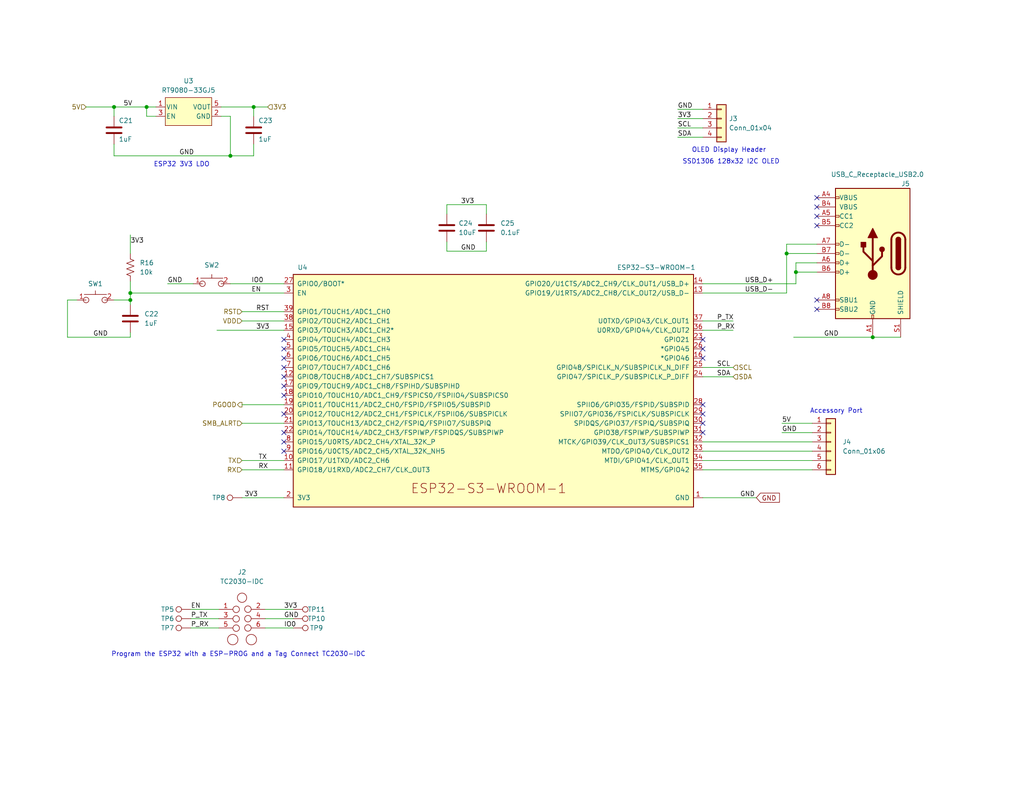
<source format=kicad_sch>
(kicad_sch (version 20231120) (generator "eeschema") (generator_version "8.0")
  (paper "A")
  (title_block (title "bitaxeSupra") (date "2024-04-07") (rev "402"))
  (lib_symbols
    (symbol "Connector:TestPoint" (pin_numbers hide) (pin_names (offset 0.762) hide)
      (property "Reference" "TP" (at 0 6.858 0))
      (property "Value" "TestPoint" (at 0 5.08 0))
      (symbol "TestPoint_0_1"
        (circle (center 0 3.302) (radius 0.762))
      )
      (symbol "TestPoint_1_1"
        (pin passive line (at 0 0 90) (length 2.54) (name "1") (number "1"))
      )
    )
    (symbol "Connector_Generic:Conn_01x04" (pin_names (offset 1.016) hide)
      (property "Reference" "J" (at 0 5.08 0))
      (property "Value" "Conn_01x04" (at 0 -7.62 0))
      (symbol "Conn_01x04_1_1"
        (rectangle (start -1.27 -4.953) (end 0 -5.207) (stroke (width 0.1524)))
        (rectangle (start -1.27 -2.413) (end 0 -2.667) (stroke (width 0.1524)))
        (rectangle (start -1.27 0.127) (end 0 -0.127) (stroke (width 0.1524)))
        (rectangle (start -1.27 2.667) (end 0 2.413) (stroke (width 0.1524)))
        (rectangle (start -1.27 3.81) (end 1.27 -6.35) (stroke (width 0.254)) (fill (type background)))
        (pin passive line (at -5.08 2.54 0) (length 3.81) (name "Pin_1") (number "1"))
        (pin passive line (at -5.08 0 0) (length 3.81) (name "Pin_2") (number "2"))
        (pin passive line (at -5.08 -2.54 0) (length 3.81) (name "Pin_3") (number "3"))
        (pin passive line (at -5.08 -5.08 0) (length 3.81) (name "Pin_4") (number "4"))
      )
    )
    (symbol "Connector_Generic:Conn_01x06" (pin_names (offset 1.016) hide)
      (property "Reference" "J" (at 0 7.62 0))
      (property "Value" "Conn_01x06" (at 0 -10.16 0))
      (symbol "Conn_01x06_1_1"
        (rectangle (start -1.27 -7.493) (end 0 -7.747) (stroke (width 0.1524)))
        (rectangle (start -1.27 -4.953) (end 0 -5.207) (stroke (width 0.1524)))
        (rectangle (start -1.27 -2.413) (end 0 -2.667) (stroke (width 0.1524)))
        (rectangle (start -1.27 0.127) (end 0 -0.127) (stroke (width 0.1524)))
        (rectangle (start -1.27 2.667) (end 0 2.413) (stroke (width 0.1524)))
        (rectangle (start -1.27 5.207) (end 0 4.953) (stroke (width 0.1524)))
        (rectangle (start -1.27 6.35) (end 1.27 -8.89) (stroke (width 0.254)) (fill (type background)))
        (pin passive line (at -5.08 5.08 0) (length 3.81) (name "Pin_1") (number "1"))
        (pin passive line (at -5.08 2.54 0) (length 3.81) (name "Pin_2") (number "2"))
        (pin passive line (at -5.08 0 0) (length 3.81) (name "Pin_3") (number "3"))
        (pin passive line (at -5.08 -2.54 0) (length 3.81) (name "Pin_4") (number "4"))
        (pin passive line (at -5.08 -5.08 0) (length 3.81) (name "Pin_5") (number "5"))
        (pin passive line (at -5.08 -7.62 0) (length 3.81) (name "Pin_6") (number "6"))
      )
    )
    (symbol "Device:C" (pin_numbers hide) (pin_names (offset 0.254))
      (property "Reference" "C" (at 0.635 2.54 0))
      (property "Value" "C" (at 0.635 -2.54 0))
      (symbol "C_0_1"
        (polyline (pts (xy -2.032 -0.762) (xy 2.032 -0.762)) (stroke (width 0.508)))
        (polyline (pts (xy -2.032 0.762) (xy 2.032 0.762)) (stroke (width 0.508)))
      )
      (symbol "C_1_1"
        (pin passive line (at 0 3.81 270) (length 2.794) (name "~") (number "1"))
        (pin passive line (at 0 -3.81 90) (length 2.794) (name "~") (number "2"))
      )
    )
    (symbol "Device:R_US" (pin_numbers hide) (pin_names (offset 0))
      (property "Reference" "R" (at 2.54 0 90))
      (property "Value" "R_US" (at -2.54 0 90))
      (symbol "R_US_0_1"
        (polyline (pts (xy 0 -2.286) (xy 0 -2.54)))
        (polyline (pts (xy 0 2.286) (xy 0 2.54)))
        (polyline (pts (xy 0 -0.762) (xy 1.016 -1.143) (xy 0 -1.524) (xy -1.016 -1.905) (xy 0 -2.286)))
        (polyline (pts (xy 0 0.762) (xy 1.016 0.381) (xy 0 0) (xy -1.016 -0.381) (xy 0 -0.762)))
        (polyline (pts (xy 0 2.286) (xy 1.016 1.905) (xy 0 1.524) (xy -1.016 1.143) (xy 0 0.762)))
      )
      (symbol "R_US_1_1"
        (pin passive line (at 0 3.81 270) (length 1.27) (name "~") (number "1"))
        (pin passive line (at 0 -3.81 90) (length 1.27) (name "~") (number "2"))
      )
    )
    (symbol "bitaxe:ESP32-S3-WROOM-1" (pin_names (offset 1.016))
      (property "Reference" "U12" (at -50.8 34.925 0))
      (property "Value" "ESP32-S3-WROOM-1" (at 45.72 34.925 0))
      (symbol "ESP32-S3-WROOM-1_0_0"
        (rectangle (start -53.34 33.02) (end 55.88 -30.48) (stroke (width 0.254)) (fill (type background)))
        (text "ESP32-S3-WROOM-1" (at 0 -25.4 0) (effects (font (size 2.54 2.54))))
        (pin power_in line (at 58.42 -27.94 180) (length 2.54) (name "GND") (number "1"))
        (pin bidirectional line (at -55.88 -17.78 0) (length 2.54) (name "GPIO17/U1TXD/ADC2_CH6") (number "10"))
        (pin bidirectional line (at -55.88 -20.32 0) (length 2.54) (name "GPIO18/U1RXD/ADC2_CH7/CLK_OUT3") (number "11"))
        (pin bidirectional line (at -55.88 5.08 0) (length 2.54) (name "GPIO8/TOUCH8/ADC1_CH7/SUBSPICS1") (number "12"))
        (pin bidirectional line (at 58.42 27.94 180) (length 2.54) (name "GPIO19/U1RTS/ADC2_CH8/CLK_OUT2/USB_D-") (number "13"))
        (pin bidirectional line (at 58.42 30.48 180) (length 2.54) (name "GPIO20/U1CTS/ADC2_CH9/CLK_OUT1/USB_D+") (number "14"))
        (pin bidirectional line (at -55.88 17.78 0) (length 2.54) (name "GPIO3/TOUCH3/ADC1_CH2*") (number "15"))
        (pin bidirectional line (at 58.42 10.16 180) (length 2.54) (name "*GPIO46") (number "16"))
        (pin bidirectional line (at -55.88 2.54 0) (length 2.54) (name "GPIO9/TOUCH9/ADC1_CH8/FSPIHD/SUBSPIHD") (number "17"))
        (pin bidirectional line (at -55.88 0 0) (length 2.54) (name "GPIO10/TOUCH10/ADC1_CH9/FSPICS0/FSPIIO4/SUBSPICS0") (number "18"))
        (pin bidirectional line (at -55.88 -2.54 0) (length 2.54) (name "GPIO11/TOUCH11/ADC2_CH0/FSPID/FSPIIO5/SUBSPID") (number "19"))
        (pin power_in line (at -55.88 -27.94 0) (length 2.54) (name "3V3") (number "2"))
        (pin bidirectional line (at -55.88 -5.08 0) (length 2.54) (name "GPIO12/TOUCH12/ADC2_CH1/FSPICLK/FSPIIO6/SUBSPICLK") (number "20"))
        (pin bidirectional line (at -55.88 -7.62 0) (length 2.54) (name "GPIO13/TOUCH13/ADC2_CH2/FSPIQ/FSPIIO7/SUBSPIQ") (number "21"))
        (pin bidirectional line (at -55.88 -10.16 0) (length 2.54) (name "GPIO14/TOUCH14/ADC2_CH3/FSPIWP/FSPIDQS/SUBSPIWP") (number "22"))
        (pin bidirectional line (at 58.42 15.24 180) (length 2.54) (name "GPIO21") (number "23"))
        (pin bidirectional line (at 58.42 5.08 180) (length 2.54) (name "GPIO47/SPICLK_P/SUBSPICLK_P_DIFF") (number "24"))
        (pin bidirectional line (at 58.42 7.62 180) (length 2.54) (name "GPIO48/SPICLK_N/SUBSPICLK_N_DIFF") (number "25"))
        (pin bidirectional line (at 58.42 12.7 180) (length 2.54) (name "*GPIO45") (number "26"))
        (pin bidirectional line (at -55.88 30.48 0) (length 2.54) (name "GPIO0/BOOT*") (number "27"))
        (pin bidirectional line (at 58.42 -2.54 180) (length 2.54) (name "SPIIO6/GPIO35/FSPID/SUBSPID") (number "28"))
        (pin bidirectional line (at 58.42 -5.08 180) (length 2.54) (name "SPIIO7/GPIO36/FSPICLK/SUBSPICLK") (number "29"))
        (pin input line (at -55.88 27.94 0) (length 2.54) (name "EN") (number "3"))
        (pin bidirectional line (at 58.42 -7.62 180) (length 2.54) (name "SPIDQS/GPIO37/FSPIQ/SUBSPIQ") (number "30"))
        (pin bidirectional line (at 58.42 -10.16 180) (length 2.54) (name "GPIO38/FSPIWP/SUBSPIWP") (number "31"))
        (pin bidirectional line (at 58.42 -12.7 180) (length 2.54) (name "MTCK/GPIO39/CLK_OUT3/SUBSPICS1") (number "32"))
        (pin bidirectional line (at 58.42 -15.24 180) (length 2.54) (name "MTDO/GPIO40/CLK_OUT2") (number "33"))
        (pin bidirectional line (at 58.42 -17.78 180) (length 2.54) (name "MTDI/GPIO41/CLK_OUT1") (number "34"))
        (pin bidirectional line (at 58.42 -20.32 180) (length 2.54) (name "MTMS/GPIO42") (number "35"))
        (pin bidirectional line (at 58.42 17.78 180) (length 2.54) (name "U0RXD/GPIO44/CLK_OUT2") (number "36"))
        (pin bidirectional line (at 58.42 20.32 180) (length 2.54) (name "U0TXD/GPIO43/CLK_OUT1") (number "37"))
        (pin bidirectional line (at -55.88 20.32 0) (length 2.54) (name "GPIO2/TOUCH2/ADC1_CH1") (number "38"))
        (pin bidirectional line (at -55.88 22.86 0) (length 2.54) (name "GPIO1/TOUCH1/ADC1_CH0") (number "39"))
        (pin bidirectional line (at -55.88 15.24 0) (length 2.54) (name "GPIO4/TOUCH4/ADC1_CH3") (number "4"))
        (pin passive line (at 58.42 -27.94 180) (length 2.54) hide (name "GND") (number "40"))
        (pin passive line (at 58.42 -27.94 180) (length 2.54) hide (name "GND") (number "41"))
        (pin bidirectional line (at -55.88 12.7 0) (length 2.54) (name "GPIO5/TOUCH5/ADC1_CH4") (number "5"))
        (pin bidirectional line (at -55.88 10.16 0) (length 2.54) (name "GPIO6/TOUCH6/ADC1_CH5") (number "6"))
        (pin bidirectional line (at -55.88 7.62 0) (length 2.54) (name "GPIO7/TOUCH7/ADC1_CH6") (number "7"))
        (pin bidirectional line (at -55.88 -12.7 0) (length 2.54) (name "GPIO15/U0RTS/ADC2_CH4/XTAL_32K_P") (number "8"))
        (pin bidirectional line (at -55.88 -15.24 0) (length 2.54) (name "GPIO16/U0CTS/ADC2_CH5/XTAL_32K_NH5") (number "9"))
      )
    )
    (symbol "bitaxe:GT-TC029B-H025-L1N"
      (property "Reference" "SW2" (at 0 3.81 0))
      (symbol "GT-TC029B-H025-L1N_0_1"
        (circle (center -2.54 0) (radius 0.76))
        (polyline (pts (xy -3.05 1.52) (xy 3.05 1.52)))
        (polyline (pts (xy 0 1.52) (xy 0 2.54)))
        (circle (center 2.54 0) (radius 0.76))
        (pin unspecified line (at -5.08 0 0) (length 2.54) (name "~") (number "1"))
        (pin unspecified line (at 5.08 0 180) (length 2.54) (name "~") (number "2"))
      )
    )
    (symbol "bitaxe:RT9080-33GJ5" (pin_names (offset 0.254))
      (property "Reference" "U" (at -6.35 5.08 0))
      (property "Value" "RT9080-33GJ5" (at 0 -5.08 0))
      (symbol "RT9080-33GJ5_1_1"
        (rectangle (start -6.35 3.81) (end 6.35 -3.81) (stroke (width 0.1524)) (fill (type background)))
        (pin power_in line (at -8.89 1.27 0) (length 2.54) (name "VIN") (number "1"))
        (pin power_in line (at 8.89 -1.27 180) (length 2.54) (name "GND") (number "2"))
        (pin input line (at -8.89 -1.27 0) (length 2.54) (name "EN") (number "3"))
        (pin no_connect line (at 0 6.35 270) (length 2.54) hide (name "NC") (number "4"))
        (pin output line (at 8.89 1.27 180) (length 2.54) (name "VOUT") (number "5"))
      )
    )
    (symbol "bitaxe:TC2030-IDC-NL" (pin_names (offset 1.016) hide)
      (property "Reference" "J5" (at 0 12.7 0))
      (property "Value" "TC2030-IDC" (at 0 10.16 0))
      (symbol "TC2030-IDC-NL_0_1"
        (circle (center -2.54 -5.715) (radius 1.4224))
        (circle (center -1.6002 2.54) (radius 0.889))
        (circle (center 0 5.715) (radius 1.27))
      )
      (symbol "TC2030-IDC-NL_1_1"
        (circle (center -1.6002 -2.5908) (radius 0.889))
        (circle (center -1.6002 -0.0508) (radius 0.889))
        (circle (center 1.6002 -2.54) (radius 0.889))
        (circle (center 1.6002 0) (radius 0.889))
        (circle (center 1.6002 2.5908) (radius 0.889))
        (circle (center 2.54 -5.715) (radius 1.4224))
        (pin passive line (at -6.35 2.54 0) (length 3.81) (name "Pin_1") (number "1"))
        (pin passive line (at 6.35 2.54 180) (length 3.81) (name "Pin_2") (number "2"))
        (pin passive line (at -6.35 0 0) (length 3.81) (name "Pin_3") (number "3"))
        (pin passive line (at 6.35 0 180) (length 3.81) (name "Pin_4") (number "4"))
        (pin passive line (at -6.35 -2.54 0) (length 3.81) (name "Pin_5") (number "5"))
        (pin passive line (at 6.35 -2.54 180) (length 3.81) (name "Pin_6") (number "6"))
      )
    )
    (symbol "bitaxe:USB_C_Receptacle_USB2.0" (pin_names (offset 1.016))
      (property "Reference" "J" (at -10.16 19.05 0))
      (property "Value" "USB_C_Receptacle_USB2.0" (at 19.05 19.05 0))
      (symbol "USB_C_Receptacle_USB2.0_0_0"
        (rectangle (start -0.254 -17.78) (end 0.254 -16.764))
        (rectangle (start 10.16 -14.986) (end 9.144 -15.494))
        (rectangle (start 10.16 -12.446) (end 9.144 -12.954))
        (rectangle (start 10.16 -4.826) (end 9.144 -5.334))
        (rectangle (start 10.16 -2.286) (end 9.144 -2.794))
        (rectangle (start 10.16 0.254) (end 9.144 -0.254))
        (rectangle (start 10.16 2.794) (end 9.144 2.286))
        (rectangle (start 10.16 7.874) (end 9.144 7.366))
        (rectangle (start 10.16 10.414) (end 9.144 9.906))
        (rectangle (start 10.16 15.494) (end 9.144 14.986))
      )
      (symbol "USB_C_Receptacle_USB2.0_0_1"
        (rectangle (start -10.16 17.78) (end 10.16 -17.78) (stroke (width 0.254)) (fill (type background)))
        (arc (start -8.89 -3.81) (mid -6.985 -5.7067) (end -5.08 -3.81) (stroke (width 0.508)))
        (arc (start -7.62 -3.81) (mid -6.985 -4.4423) (end -6.35 -3.81) (stroke (width 0.254)))
        (arc (start -7.62 -3.81) (mid -6.985 -4.4423) (end -6.35 -3.81) (stroke (width 0.254)) (fill (type outline)))
        (rectangle (start -7.62 -3.81) (end -6.35 3.81) (stroke (width 0.254)) (fill (type outline)))
        (arc (start -6.35 3.81) (mid -6.985 4.4423) (end -7.62 3.81) (stroke (width 0.254)))
        (arc (start -6.35 3.81) (mid -6.985 4.4423) (end -7.62 3.81) (stroke (width 0.254)) (fill (type outline)))
        (arc (start -5.08 3.81) (mid -6.985 5.7067) (end -8.89 3.81) (stroke (width 0.508)))
        (circle (center -2.54 1.143) (radius 0.635) (stroke (width 0.254)) (fill (type outline)))
        (circle (center 0 -5.842) (radius 1.27) (fill (type outline)))
        (polyline (pts (xy -8.89 -3.81) (xy -8.89 3.81)) (stroke (width 0.508)))
        (polyline (pts (xy -5.08 3.81) (xy -5.08 -3.81)) (stroke (width 0.508)))
        (polyline (pts (xy 0 -5.842) (xy 0 4.318)) (stroke (width 0.508)))
        (polyline (pts (xy 0 -3.302) (xy -2.54 -0.762) (xy -2.54 0.508)) (stroke (width 0.508)))
        (polyline (pts (xy 0 -2.032) (xy 2.54 0.508) (xy 2.54 1.778)) (stroke (width 0.508)))
        (polyline (pts (xy -1.27 4.318) (xy 0 6.858) (xy 1.27 4.318) (xy -1.27 4.318)) (stroke (width 0.254)) (fill (type outline)))
        (rectangle (start 1.905 1.778) (end 3.175 3.048) (stroke (width 0.254)) (fill (type outline)))
      )
      (symbol "USB_C_Receptacle_USB2.0_1_1"
        (pin passive line (at 0 -22.86 90) (length 5.08) (name "GND") (number "A1"))
        (pin passive line (at 15.24 15.24 180) (length 5.08) (name "VBUS") (number "A4"))
        (pin bidirectional line (at 15.24 10.16 180) (length 5.08) (name "CC1") (number "A5"))
        (pin bidirectional line (at 15.24 -2.54 180) (length 5.08) (name "D+") (number "A6"))
        (pin bidirectional line (at 15.24 2.54 180) (length 5.08) (name "D-") (number "A7"))
        (pin bidirectional line (at 15.24 -12.7 180) (length 5.08) (name "SBU1") (number "A8"))
        (pin passive line (at 0 -22.86 90) (length 5.08) hide (name "GND") (number "B1"))
        (pin passive line (at 15.24 12.7 180) (length 5.08) (name "VBUS") (number "B4"))
        (pin bidirectional line (at 15.24 7.62 180) (length 5.08) (name "CC2") (number "B5"))
        (pin bidirectional line (at 15.24 -5.08 180) (length 5.08) (name "D+") (number "B6"))
        (pin bidirectional line (at 15.24 0 180) (length 5.08) (name "D-") (number "B7"))
        (pin bidirectional line (at 15.24 -15.24 180) (length 5.08) (name "SBU2") (number "B8"))
        (pin passive line (at -7.62 -22.86 90) (length 5.08) (name "SHIELD") (number "S1"))
      )
    )
  )
  (junction (at 214.63 69.215))
  (junction (at 238.125 92.075))
  (junction (at 62.865 42.545))
  (junction (at 217.17 74.295))
  (junction (at 40.005 29.21))
  (junction (at 35.56 80.01))
  (junction (at 35.56 81.915))
  (junction (at 69.215 29.21))
  (junction (at 31.115 29.21))
  (no_connect (at 222.885 81.915))
  (no_connect (at 77.47 95.25))
  (no_connect (at 77.47 107.95))
  (no_connect (at 191.77 110.49))
  (no_connect (at 77.47 100.33))
  (no_connect (at 191.77 97.79))
  (no_connect (at 191.77 95.25))
  (no_connect (at 77.47 113.03))
  (no_connect (at 222.885 53.975))
  (no_connect (at 222.885 56.515))
  (no_connect (at 77.47 97.79))
  (no_connect (at 77.47 120.65))
  (no_connect (at 77.47 105.41))
  (no_connect (at 77.47 123.19))
  (no_connect (at 77.47 102.87))
  (no_connect (at 222.885 59.055))
  (no_connect (at 191.77 115.57))
  (no_connect (at 77.47 92.71))
  (no_connect (at 191.77 113.03))
  (no_connect (at 191.77 92.71))
  (no_connect (at 77.47 118.11))
  (no_connect (at 191.77 118.11))
  (no_connect (at 222.885 84.455))
  (no_connect (at 222.885 61.595))
  (wire (pts (xy 121.92 55.88) (xy 121.92 58.42)))
  (wire (pts (xy 191.77 128.27) (xy 221.615 128.27)))
  (wire (pts (xy 31.115 29.21) (xy 31.115 31.75)))
  (wire (pts (xy 216.535 92.075) (xy 238.125 92.075)))
  (wire (pts (xy 35.56 80.01) (xy 35.56 81.915)))
  (wire (pts (xy 213.36 115.57) (xy 221.615 115.57)))
  (wire (pts (xy 60.325 31.75) (xy 62.865 31.75)))
  (wire (pts (xy 72.39 168.91) (xy 80.01 168.91)))
  (wire (pts (xy 69.215 39.37) (xy 69.215 42.545)))
  (wire (pts (xy 66.04 110.49) (xy 77.47 110.49)))
  (wire (pts (xy 132.715 68.58) (xy 121.92 68.58)))
  (wire (pts (xy 238.125 92.075) (xy 245.745 92.075)))
  (wire (pts (xy 62.865 31.75) (xy 62.865 42.545)))
  (wire (pts (xy 35.56 76.835) (xy 35.56 80.01)))
  (wire (pts (xy 72.39 166.37) (xy 80.01 166.37)))
  (wire (pts (xy 69.215 29.21) (xy 69.215 31.75)))
  (wire (pts (xy 77.47 125.73) (xy 66.04 125.73)))
  (wire (pts (xy 132.715 66.04) (xy 132.715 68.58)))
  (wire (pts (xy 40.005 29.21) (xy 42.545 29.21)))
  (wire (pts (xy 191.77 125.73) (xy 221.615 125.73)))
  (wire (pts (xy 18.415 81.915) (xy 18.415 92.075)))
  (wire (pts (xy 77.47 85.09) (xy 66.04 85.09)))
  (wire (pts (xy 45.72 77.47) (xy 52.705 77.47)))
  (wire (pts (xy 214.63 69.215) (xy 214.63 80.01)))
  (wire (pts (xy 31.115 81.915) (xy 35.56 81.915)))
  (wire (pts (xy 23.495 29.21) (xy 31.115 29.21)))
  (wire (pts (xy 18.415 92.075) (xy 35.56 92.075)))
  (wire (pts (xy 72.39 171.45) (xy 80.01 171.45)))
  (wire (pts (xy 217.17 74.295) (xy 222.885 74.295)))
  (wire (pts (xy 213.36 118.11) (xy 221.615 118.11)))
  (wire (pts (xy 184.912 29.845) (xy 191.77 29.845)))
  (wire (pts (xy 35.56 81.915) (xy 35.56 83.185)))
  (wire (pts (xy 191.77 90.17) (xy 200.025 90.17)))
  (wire (pts (xy 35.56 80.01) (xy 77.47 80.01)))
  (wire (pts (xy 222.885 66.675) (xy 214.63 66.675)))
  (wire (pts (xy 77.47 128.27) (xy 66.04 128.27)))
  (wire (pts (xy 214.63 69.215) (xy 222.885 69.215)))
  (wire (pts (xy 52.07 171.45) (xy 59.69 171.45)))
  (wire (pts (xy 191.77 102.87) (xy 200.025 102.87)))
  (wire (pts (xy 69.215 29.21) (xy 73.025 29.21)))
  (wire (pts (xy 31.115 29.21) (xy 40.005 29.21)))
  (wire (pts (xy 184.912 34.925) (xy 191.77 34.925)))
  (wire (pts (xy 191.77 135.89) (xy 206.375 135.89)))
  (wire (pts (xy 52.07 168.91) (xy 59.69 168.91)))
  (wire (pts (xy 31.115 42.545) (xy 31.115 39.37)))
  (wire (pts (xy 66.04 87.63) (xy 77.47 87.63)))
  (wire (pts (xy 35.56 90.805) (xy 35.56 92.075)))
  (wire (pts (xy 121.92 68.58) (xy 121.92 66.04)))
  (wire (pts (xy 59.182 90.17) (xy 77.47 90.17)))
  (wire (pts (xy 62.865 77.47) (xy 77.47 77.47)))
  (wire (pts (xy 191.77 120.65) (xy 221.615 120.65)))
  (wire (pts (xy 42.545 31.75) (xy 40.005 31.75)))
  (wire (pts (xy 52.07 166.37) (xy 59.69 166.37)))
  (wire (pts (xy 191.77 77.47) (xy 217.17 77.47)))
  (wire (pts (xy 191.77 100.33) (xy 200.025 100.33)))
  (wire (pts (xy 217.17 74.295) (xy 217.17 71.755)))
  (wire (pts (xy 20.955 81.915) (xy 18.415 81.915)))
  (wire (pts (xy 66.04 115.57) (xy 77.47 115.57)))
  (wire (pts (xy 217.17 77.47) (xy 217.17 74.295)))
  (wire (pts (xy 191.77 87.63) (xy 200.025 87.63)))
  (wire (pts (xy 40.005 31.75) (xy 40.005 29.21)))
  (wire (pts (xy 191.77 123.19) (xy 221.615 123.19)))
  (wire (pts (xy 132.715 55.88) (xy 121.92 55.88)))
  (wire (pts (xy 217.17 71.755) (xy 222.885 71.755)))
  (wire (pts (xy 191.77 80.01) (xy 214.63 80.01)))
  (wire (pts (xy 66.04 135.89) (xy 77.47 135.89)))
  (wire (pts (xy 184.912 37.465) (xy 191.77 37.465)))
  (wire (pts (xy 132.715 58.42) (xy 132.715 55.88)))
  (wire (pts (xy 184.912 32.385) (xy 191.77 32.385)))
  (wire (pts (xy 69.215 42.545) (xy 62.865 42.545)))
  (wire (pts (xy 35.56 64.135) (xy 35.56 69.215)))
  (wire (pts (xy 60.325 29.21) (xy 69.215 29.21)))
  (wire (pts (xy 214.63 66.675) (xy 214.63 69.215)))
  (wire (pts (xy 62.865 42.545) (xy 31.115 42.545)))
  (text "Accessory Port" (at 220.98 113.03 0) (effects (font (size 1.27 1.27)) (justify left bottom)))
  (text "ESP32 3V3 LDO" (at 41.91 45.72 0) (effects (font (size 1.27 1.27)) (justify left bottom)))
  (text "Program the ESP32 with a ESP-PROG and a Tag Connect TC2030-IDC" (at 30.353 179.451 0) (effects (font (size 1.27 1.27)) (justify left bottom)))
  (text "SSD1306 128x32 I2C OLED" (at 186.182 44.958 0) (effects (font (size 1.27 1.27)) (justify left bottom)))
  (text "OLED Display Header" (at 188.722 41.783 0) (effects (font (size 1.27 1.27)) (justify left bottom)))
  (label "P_RX" (at 52.07 171.45 0))
  (label "RST" (at 69.85 85.09 0))
  (label "P_TX" (at 52.07 168.91 0))
  (label "EN" (at 52.07 166.37 0))
  (label "GND" (at 184.912 29.845 0))
  (label "5V" (at 213.36 115.57 0))
  (label "GND" (at 224.79 92.075 0))
  (label "EN" (at 68.58 80.01 0))
  (label "P_RX" (at 195.58 90.17 0))
  (label "IO0" (at 68.58 77.47 0))
  (label "GND" (at 125.73 68.58 0))
  (label "3V3" (at 66.675 135.89 0))
  (label "USB_D-" (at 203.2 80.01 0))
  (label "SDA" (at 195.58 102.87 0))
  (label "TX" (at 70.485 125.73 0))
  (label "3V3" (at 77.47 166.37 0))
  (label "3V3" (at 69.85 90.17 0))
  (label "IO0" (at 77.47 171.45 0))
  (label "SCL" (at 195.58 100.33 0))
  (label "SCL" (at 184.912 34.925 0))
  (label "GND" (at 213.36 118.11 0))
  (label "GND" (at 201.93 135.89 0))
  (label "GND" (at 45.72 77.47 0))
  (label "SDA" (at 184.912 37.465 0))
  (label "3V3" (at 125.73 55.88 0))
  (label "P_TX" (at 195.58 87.63 0))
  (label "3V3" (at 184.912 32.385 0))
  (label "GND" (at 25.4 92.075 0))
  (label "5V" (at 33.655 29.21 0))
  (label "USB_D+" (at 203.2 77.47 0))
  (label "GND" (at 77.47 168.91 0))
  (label "GND" (at 48.895 42.545 0))
  (label "3V3" (at 35.56 66.675 0))
  (label "RX" (at 70.485 128.27 0))
  (global_label "GND" (shape input) (at 206.375 135.89 0) (property "Intersheetrefs" "${INTERSHEET_REFS}" (effects (hide yes))))
  (hierarchical_label "TX" (shape input) (at 66.04 125.73 180))
  (hierarchical_label "RX" (shape input) (at 66.04 128.27 180))
  (hierarchical_label "3V3" (shape input) (at 73.025 29.21 0))
  (hierarchical_label "SCL" (shape input) (at 200.025 100.33 0))
  (hierarchical_label "RST" (shape input) (at 66.04 85.09 180))
  (hierarchical_label "SDA" (shape input) (at 200.025 102.87 0))
  (hierarchical_label "PGOOD" (shape output) (at 66.04 110.49 180))
  (hierarchical_label "SMB_ALRT" (shape input) (at 66.04 115.57 180))
  (hierarchical_label "5V" (shape input) (at 23.495 29.21 180))
  (hierarchical_label "VDD" (shape input) (at 66.04 87.63 180))
  (symbol (lib_id "Device:C") (at 35.56 86.995 0) (unit 1)
    (property "Reference" "C22" (at 39.37 85.7249 0) (effects (justify left)))
    (property "Value" "1uF" (at 39.37 88.2649 0) (effects (justify left)))
    (property "Footprint" "Capacitor_SMD:C_0402_1005Metric" (effects (hide yes)))
    (property "DK" "587-5514-1-ND" (effects (hide yes)))
    (property "PARTNO" "EMK105BJ105MV-F" (effects (hide yes)))
  )
  (symbol (lib_id "Connector_Generic:Conn_01x06") (at 226.695 120.65 0) (unit 1) (in_bom no)
    (property "Reference" "J4" (at 229.87 120.65 0) (effects (justify left)))
    (property "Value" "Conn_01x06" (at 229.87 123.19 0) (effects (justify left)))
    (property "Footprint" "Connector_PinHeader_2.54mm:PinHeader_1x06_P2.54mm_Vertical" (effects (hide yes)))
  )
  (symbol (lib_id "Device:C") (at 132.715 62.23 0) (unit 1)
    (property "Reference" "C25" (at 136.525 60.9599 0) (effects (justify left)))
    (property "Value" "0.1uF" (at 136.525 63.4999 0) (effects (justify left)))
    (property "Footprint" "Capacitor_SMD:C_0402_1005Metric" (effects (hide yes)))
    (property "DK" "1276-1234-1-ND" (effects (hide yes)))
    (property "PARTNO" "CL05A104KO5NNNC" (effects (hide yes)))
  )
  (symbol (lib_id "Connector_Generic:Conn_01x04") (at 196.85 32.385 0) (unit 1)
    (property "Reference" "J3" (at 198.882 32.3849 0) (effects (justify left)))
    (property "Value" "Conn_01x04" (at 198.882 34.9249 0) (effects (justify left)))
    (property "Footprint" "bitaxe:PinHeader_1x04_P2.54mm_Vertical_shifted" (effects (hide yes)))
    (property "DK" "S5596-ND" (effects (hide yes)))
    (property "PARTNO" "NPTC041KFXC-RC" (effects (hide yes)))
  )
  (symbol (lib_id "bitaxe:GT-TC029B-H025-L1N") (at 57.785 77.47 0) (unit 1)
    (property "Reference" "SW2" (at 57.785 72.39 0))
    (property "Value" "GT-TC029B-H025-L1N" (effects (hide yes)))
    (property "Footprint" "bitaxe:SW_CS1213AGF260_CRS" (effects (hide yes)))
    (property "Datasheet" "https://www.citrelay.com/Catalog%20Pages/SwitchCatalog/CS1213.pdf" (effects (hide yes)))
    (property "DK" "2449-CS1213AGF260CT-ND" (effects (hide yes)))
    (property "PARTNO" "CS1213AGF260" (effects (hide yes)))
  )
  (symbol (lib_id "bitaxe:RT9080-33GJ5") (at 51.435 30.48 0) (unit 1)
    (property "Reference" "U3" (at 51.435 22.098 0))
    (property "Value" "RT9080-33GJ5" (at 51.435 24.638 0))
    (property "Footprint" "bitaxe:RT9080-33GJ5" (effects (hide yes)))
    (property "Datasheet" "https://www.richtek.com/assets/product_file/RT9080/DS9080-05.pdf" (effects (hide yes)))
    (property "DK" "1028-1509-1-ND" (effects (hide yes)))
    (property "PARTNO" "RT9080-33GJ5" (effects (hide yes)))
  )
  (symbol (lib_id "Connector:TestPoint") (at 52.07 168.91 90) (mirror x) (unit 1) (in_bom no)
    (property "Reference" "TP6" (at 45.72 168.91 90))
    (property "Value" "TestPoint" (effects (hide yes)))
    (property "Footprint" "TestPoint:TestPoint_Pad_D1.5mm" (effects (hide yes)))
  )
  (symbol (lib_id "Connector:TestPoint") (at 80.01 171.45 270) (mirror x) (unit 1) (in_bom no)
    (property "Reference" "TP9" (at 86.36 171.45 90))
    (property "Value" "TestPoint" (effects (hide yes)))
    (property "Footprint" "TestPoint:TestPoint_Pad_D1.5mm" (effects (hide yes)))
  )
  (symbol (lib_id "Device:R_US") (at 35.56 73.025 0) (unit 1)
    (property "Reference" "R16" (at 38.1 71.7549 0) (effects (justify left)))
    (property "Value" "10k" (at 38.1 74.2949 0) (effects (justify left)))
    (property "Footprint" "Resistor_SMD:R_0402_1005Metric" (effects (hide yes)))
    (property "DK" "311-10KJRCT-ND" (effects (hide yes)))
    (property "PARTNO" "RC0402JR-0710KL" (effects (hide yes)))
  )
  (symbol (lib_id "Connector:TestPoint") (at 80.01 166.37 270) (mirror x) (unit 1) (in_bom no)
    (property "Reference" "TP11" (at 86.36 166.37 90))
    (property "Value" "TestPoint" (effects (hide yes)))
    (property "Footprint" "TestPoint:TestPoint_Pad_D1.5mm" (effects (hide yes)))
  )
  (symbol (lib_id "bitaxe:TC2030-IDC-NL") (at 66.04 168.91 0) (unit 1) (in_bom no)
    (property "Reference" "J2" (at 66.04 156.21 0))
    (property "Value" "TC2030-IDC" (at 66.04 158.75 0))
    (property "Footprint" "bitaxe:Tag-Connect_TC2030-IDC-NL_2x03_P1.27mm_Vertical" (effects (hide yes)))
  )
  (symbol (lib_id "Device:C") (at 69.215 35.56 0) (unit 1)
    (property "Reference" "C23" (at 70.485 33.655 0) (effects (justify left bottom)))
    (property "Value" "1uF" (at 70.485 38.735 0) (effects (justify left bottom)))
    (property "Footprint" "Capacitor_SMD:C_0402_1005Metric" (effects (hide yes)))
    (property "DK" "587-5514-1-ND" (effects (hide yes)))
    (property "PARTNO" "EMK105BJ105MV-F" (effects (hide yes)))
  )
  (symbol (lib_id "Device:C") (at 121.92 62.23 0) (unit 1)
    (property "Reference" "C24" (at 125.095 60.9599 0) (effects (justify left)))
    (property "Value" "10uF" (at 125.095 63.4999 0) (effects (justify left)))
    (property "Footprint" "Capacitor_SMD:C_0805_2012Metric" (effects (hide yes)))
    (property "DK" "1276-1096-1-ND" (effects (hide yes)))
    (property "PARTNO" "CL21A106KOQNNNE" (effects (hide yes)))
  )
  (symbol (lib_id "Connector:TestPoint") (at 80.01 168.91 270) (mirror x) (unit 1) (in_bom no)
    (property "Reference" "TP10" (at 86.36 168.91 90))
    (property "Value" "TestPoint" (effects (hide yes)))
    (property "Footprint" "TestPoint:TestPoint_Pad_D1.5mm" (effects (hide yes)))
  )
  (symbol (lib_id "bitaxe:USB_C_Receptacle_USB2.0") (at 238.125 69.215 0) (mirror y) (unit 1)
    (property "Reference" "J5" (at 248.285 50.165 0) (effects (justify left)))
    (property "Value" "USB_C_Receptacle_USB2.0" (at 226.695 47.625 0) (effects (justify right)))
    (property "Footprint" "bitaxe:USB_C_Receptacle_GCT_USB4105-xx-A" (effects (hide yes)))
    (property "Datasheet" "https://www.usb.org/sites/default/files/documents/usb_type-c.zip" (effects (hide yes)))
    (property "DK" "2073-USB4105-GF-ACT-ND" (effects (hide yes)))
    (property "PARTNO" "USB4105-GF-A" (effects (hide yes)))
  )
  (symbol (lib_id "Connector:TestPoint") (at 66.04 135.89 90) (mirror x) (unit 1) (in_bom no)
    (property "Reference" "TP8" (at 59.69 135.89 90))
    (property "Value" "TestPoint" (effects (hide yes)))
    (property "Footprint" "TestPoint:TestPoint_Pad_D1.5mm" (effects (hide yes)))
  )
  (symbol (lib_id "Connector:TestPoint") (at 52.07 166.37 90) (mirror x) (unit 1) (in_bom no)
    (property "Reference" "TP5" (at 45.72 166.37 90))
    (property "Value" "TestPoint" (effects (hide yes)))
    (property "Footprint" "TestPoint:TestPoint_Pad_D1.5mm" (effects (hide yes)))
  )
  (symbol (lib_id "Connector:TestPoint") (at 52.07 171.45 90) (mirror x) (unit 1) (in_bom no)
    (property "Reference" "TP7" (at 45.72 171.45 90))
    (property "Value" "TestPoint" (effects (hide yes)))
    (property "Footprint" "TestPoint:TestPoint_Pad_D1.5mm" (effects (hide yes)))
  )
  (symbol (lib_id "Device:C") (at 31.115 35.56 0) (unit 1)
    (property "Reference" "C21" (at 32.385 33.655 0) (effects (justify left bottom)))
    (property "Value" "1uF" (at 32.385 38.735 0) (effects (justify left bottom)))
    (property "Footprint" "Capacitor_SMD:C_0402_1005Metric" (effects (hide yes)))
    (property "DK" "587-5514-1-ND" (effects (hide yes)))
    (property "PARTNO" "EMK105BJ105MV-F" (effects (hide yes)))
  )
  (symbol (lib_id "bitaxe:ESP32-S3-WROOM-1") (at 133.35 107.95 0) (unit 1)
    (property "Reference" "U4" (at 82.55 73.025 0))
    (property "Value" "ESP32-S3-WROOM-1" (at 179.07 73.025 0))
    (property "Footprint" "bitaxe:ESP32-S3-WROOM-1" (effects (hide yes)))
    (property "Datasheet" "https://www.espressif.com/sites/default/files/documentation/esp32-s3-wroom-1_wroom-1u_datasheet_en.pdf" (effects (hide yes)))
    (property "DK" "1965-ESP32-S3-WROOM-1-N16R8CT-ND" (effects (hide yes)))
    (property "PARTNO" "ESP32-S3-WROOM-1-N16R8" (effects (hide yes)))
  )
  (symbol (lib_id "bitaxe:GT-TC029B-H025-L1N") (at 26.035 81.915 0) (unit 1)
    (property "Reference" "SW1" (at 26.035 77.47 0))
    (property "Value" "GT-TC029B-H025-L1N" (effects (hide yes)))
    (property "Footprint" "bitaxe:SW_CS1213AGF260_CRS" (effects (hide yes)))
    (property "Datasheet" "https://www.citrelay.com/Catalog%20Pages/SwitchCatalog/CS1213.pdf" (effects (hide yes)))
    (property "DK" "2449-CS1213AGF260CT-ND" (effects (hide yes)))
    (property "PARTNO" "CS1213AGF260" (effects (hide yes)))
  )
)
</source>
